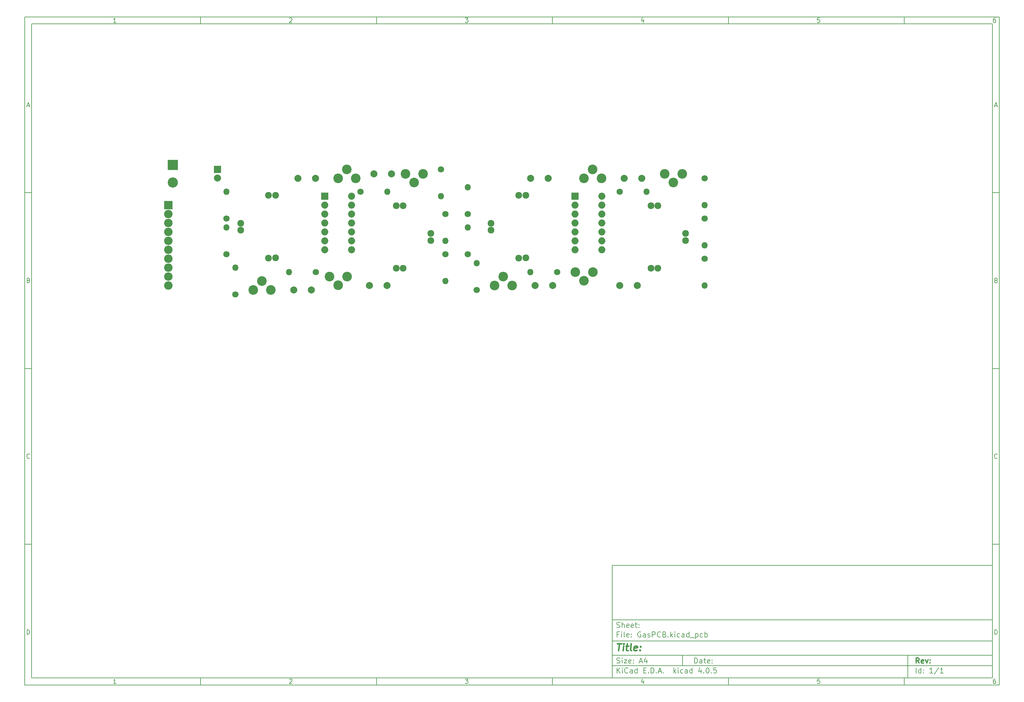
<source format=gbr>
G04 #@! TF.FileFunction,Soldermask,Top*
%FSLAX46Y46*%
G04 Gerber Fmt 4.6, Leading zero omitted, Abs format (unit mm)*
G04 Created by KiCad (PCBNEW 4.0.5) date 02/28/17 22:53:05*
%MOMM*%
%LPD*%
G01*
G04 APERTURE LIST*
%ADD10C,0.100000*%
%ADD11C,0.150000*%
%ADD12C,0.300000*%
%ADD13C,0.400000*%
%ADD14C,1.924000*%
%ADD15C,1.800000*%
%ADD16O,1.800000X1.800000*%
%ADD17O,2.398980X2.398980*%
%ADD18R,2.398980X2.398980*%
%ADD19R,2.900000X2.900000*%
%ADD20C,2.900000*%
%ADD21C,2.740000*%
%ADD22R,2.000000X2.000000*%
%ADD23O,2.000000X2.000000*%
%ADD24C,2.000000*%
G04 APERTURE END LIST*
D10*
D11*
X177002200Y-166007200D02*
X177002200Y-198007200D01*
X285002200Y-198007200D01*
X285002200Y-166007200D01*
X177002200Y-166007200D01*
D10*
D11*
X10000000Y-10000000D02*
X10000000Y-200007200D01*
X287002200Y-200007200D01*
X287002200Y-10000000D01*
X10000000Y-10000000D01*
D10*
D11*
X12000000Y-12000000D02*
X12000000Y-198007200D01*
X285002200Y-198007200D01*
X285002200Y-12000000D01*
X12000000Y-12000000D01*
D10*
D11*
X60000000Y-12000000D02*
X60000000Y-10000000D01*
D10*
D11*
X110000000Y-12000000D02*
X110000000Y-10000000D01*
D10*
D11*
X160000000Y-12000000D02*
X160000000Y-10000000D01*
D10*
D11*
X210000000Y-12000000D02*
X210000000Y-10000000D01*
D10*
D11*
X260000000Y-12000000D02*
X260000000Y-10000000D01*
D10*
D11*
X35990476Y-11588095D02*
X35247619Y-11588095D01*
X35619048Y-11588095D02*
X35619048Y-10288095D01*
X35495238Y-10473810D01*
X35371429Y-10597619D01*
X35247619Y-10659524D01*
D10*
D11*
X85247619Y-10411905D02*
X85309524Y-10350000D01*
X85433333Y-10288095D01*
X85742857Y-10288095D01*
X85866667Y-10350000D01*
X85928571Y-10411905D01*
X85990476Y-10535714D01*
X85990476Y-10659524D01*
X85928571Y-10845238D01*
X85185714Y-11588095D01*
X85990476Y-11588095D01*
D10*
D11*
X135185714Y-10288095D02*
X135990476Y-10288095D01*
X135557143Y-10783333D01*
X135742857Y-10783333D01*
X135866667Y-10845238D01*
X135928571Y-10907143D01*
X135990476Y-11030952D01*
X135990476Y-11340476D01*
X135928571Y-11464286D01*
X135866667Y-11526190D01*
X135742857Y-11588095D01*
X135371429Y-11588095D01*
X135247619Y-11526190D01*
X135185714Y-11464286D01*
D10*
D11*
X185866667Y-10721429D02*
X185866667Y-11588095D01*
X185557143Y-10226190D02*
X185247619Y-11154762D01*
X186052381Y-11154762D01*
D10*
D11*
X235928571Y-10288095D02*
X235309524Y-10288095D01*
X235247619Y-10907143D01*
X235309524Y-10845238D01*
X235433333Y-10783333D01*
X235742857Y-10783333D01*
X235866667Y-10845238D01*
X235928571Y-10907143D01*
X235990476Y-11030952D01*
X235990476Y-11340476D01*
X235928571Y-11464286D01*
X235866667Y-11526190D01*
X235742857Y-11588095D01*
X235433333Y-11588095D01*
X235309524Y-11526190D01*
X235247619Y-11464286D01*
D10*
D11*
X285866667Y-10288095D02*
X285619048Y-10288095D01*
X285495238Y-10350000D01*
X285433333Y-10411905D01*
X285309524Y-10597619D01*
X285247619Y-10845238D01*
X285247619Y-11340476D01*
X285309524Y-11464286D01*
X285371429Y-11526190D01*
X285495238Y-11588095D01*
X285742857Y-11588095D01*
X285866667Y-11526190D01*
X285928571Y-11464286D01*
X285990476Y-11340476D01*
X285990476Y-11030952D01*
X285928571Y-10907143D01*
X285866667Y-10845238D01*
X285742857Y-10783333D01*
X285495238Y-10783333D01*
X285371429Y-10845238D01*
X285309524Y-10907143D01*
X285247619Y-11030952D01*
D10*
D11*
X60000000Y-198007200D02*
X60000000Y-200007200D01*
D10*
D11*
X110000000Y-198007200D02*
X110000000Y-200007200D01*
D10*
D11*
X160000000Y-198007200D02*
X160000000Y-200007200D01*
D10*
D11*
X210000000Y-198007200D02*
X210000000Y-200007200D01*
D10*
D11*
X260000000Y-198007200D02*
X260000000Y-200007200D01*
D10*
D11*
X35990476Y-199595295D02*
X35247619Y-199595295D01*
X35619048Y-199595295D02*
X35619048Y-198295295D01*
X35495238Y-198481010D01*
X35371429Y-198604819D01*
X35247619Y-198666724D01*
D10*
D11*
X85247619Y-198419105D02*
X85309524Y-198357200D01*
X85433333Y-198295295D01*
X85742857Y-198295295D01*
X85866667Y-198357200D01*
X85928571Y-198419105D01*
X85990476Y-198542914D01*
X85990476Y-198666724D01*
X85928571Y-198852438D01*
X85185714Y-199595295D01*
X85990476Y-199595295D01*
D10*
D11*
X135185714Y-198295295D02*
X135990476Y-198295295D01*
X135557143Y-198790533D01*
X135742857Y-198790533D01*
X135866667Y-198852438D01*
X135928571Y-198914343D01*
X135990476Y-199038152D01*
X135990476Y-199347676D01*
X135928571Y-199471486D01*
X135866667Y-199533390D01*
X135742857Y-199595295D01*
X135371429Y-199595295D01*
X135247619Y-199533390D01*
X135185714Y-199471486D01*
D10*
D11*
X185866667Y-198728629D02*
X185866667Y-199595295D01*
X185557143Y-198233390D02*
X185247619Y-199161962D01*
X186052381Y-199161962D01*
D10*
D11*
X235928571Y-198295295D02*
X235309524Y-198295295D01*
X235247619Y-198914343D01*
X235309524Y-198852438D01*
X235433333Y-198790533D01*
X235742857Y-198790533D01*
X235866667Y-198852438D01*
X235928571Y-198914343D01*
X235990476Y-199038152D01*
X235990476Y-199347676D01*
X235928571Y-199471486D01*
X235866667Y-199533390D01*
X235742857Y-199595295D01*
X235433333Y-199595295D01*
X235309524Y-199533390D01*
X235247619Y-199471486D01*
D10*
D11*
X285866667Y-198295295D02*
X285619048Y-198295295D01*
X285495238Y-198357200D01*
X285433333Y-198419105D01*
X285309524Y-198604819D01*
X285247619Y-198852438D01*
X285247619Y-199347676D01*
X285309524Y-199471486D01*
X285371429Y-199533390D01*
X285495238Y-199595295D01*
X285742857Y-199595295D01*
X285866667Y-199533390D01*
X285928571Y-199471486D01*
X285990476Y-199347676D01*
X285990476Y-199038152D01*
X285928571Y-198914343D01*
X285866667Y-198852438D01*
X285742857Y-198790533D01*
X285495238Y-198790533D01*
X285371429Y-198852438D01*
X285309524Y-198914343D01*
X285247619Y-199038152D01*
D10*
D11*
X10000000Y-60000000D02*
X12000000Y-60000000D01*
D10*
D11*
X10000000Y-110000000D02*
X12000000Y-110000000D01*
D10*
D11*
X10000000Y-160000000D02*
X12000000Y-160000000D01*
D10*
D11*
X10690476Y-35216667D02*
X11309524Y-35216667D01*
X10566667Y-35588095D02*
X11000000Y-34288095D01*
X11433333Y-35588095D01*
D10*
D11*
X11092857Y-84907143D02*
X11278571Y-84969048D01*
X11340476Y-85030952D01*
X11402381Y-85154762D01*
X11402381Y-85340476D01*
X11340476Y-85464286D01*
X11278571Y-85526190D01*
X11154762Y-85588095D01*
X10659524Y-85588095D01*
X10659524Y-84288095D01*
X11092857Y-84288095D01*
X11216667Y-84350000D01*
X11278571Y-84411905D01*
X11340476Y-84535714D01*
X11340476Y-84659524D01*
X11278571Y-84783333D01*
X11216667Y-84845238D01*
X11092857Y-84907143D01*
X10659524Y-84907143D01*
D10*
D11*
X11402381Y-135464286D02*
X11340476Y-135526190D01*
X11154762Y-135588095D01*
X11030952Y-135588095D01*
X10845238Y-135526190D01*
X10721429Y-135402381D01*
X10659524Y-135278571D01*
X10597619Y-135030952D01*
X10597619Y-134845238D01*
X10659524Y-134597619D01*
X10721429Y-134473810D01*
X10845238Y-134350000D01*
X11030952Y-134288095D01*
X11154762Y-134288095D01*
X11340476Y-134350000D01*
X11402381Y-134411905D01*
D10*
D11*
X10659524Y-185588095D02*
X10659524Y-184288095D01*
X10969048Y-184288095D01*
X11154762Y-184350000D01*
X11278571Y-184473810D01*
X11340476Y-184597619D01*
X11402381Y-184845238D01*
X11402381Y-185030952D01*
X11340476Y-185278571D01*
X11278571Y-185402381D01*
X11154762Y-185526190D01*
X10969048Y-185588095D01*
X10659524Y-185588095D01*
D10*
D11*
X287002200Y-60000000D02*
X285002200Y-60000000D01*
D10*
D11*
X287002200Y-110000000D02*
X285002200Y-110000000D01*
D10*
D11*
X287002200Y-160000000D02*
X285002200Y-160000000D01*
D10*
D11*
X285692676Y-35216667D02*
X286311724Y-35216667D01*
X285568867Y-35588095D02*
X286002200Y-34288095D01*
X286435533Y-35588095D01*
D10*
D11*
X286095057Y-84907143D02*
X286280771Y-84969048D01*
X286342676Y-85030952D01*
X286404581Y-85154762D01*
X286404581Y-85340476D01*
X286342676Y-85464286D01*
X286280771Y-85526190D01*
X286156962Y-85588095D01*
X285661724Y-85588095D01*
X285661724Y-84288095D01*
X286095057Y-84288095D01*
X286218867Y-84350000D01*
X286280771Y-84411905D01*
X286342676Y-84535714D01*
X286342676Y-84659524D01*
X286280771Y-84783333D01*
X286218867Y-84845238D01*
X286095057Y-84907143D01*
X285661724Y-84907143D01*
D10*
D11*
X286404581Y-135464286D02*
X286342676Y-135526190D01*
X286156962Y-135588095D01*
X286033152Y-135588095D01*
X285847438Y-135526190D01*
X285723629Y-135402381D01*
X285661724Y-135278571D01*
X285599819Y-135030952D01*
X285599819Y-134845238D01*
X285661724Y-134597619D01*
X285723629Y-134473810D01*
X285847438Y-134350000D01*
X286033152Y-134288095D01*
X286156962Y-134288095D01*
X286342676Y-134350000D01*
X286404581Y-134411905D01*
D10*
D11*
X285661724Y-185588095D02*
X285661724Y-184288095D01*
X285971248Y-184288095D01*
X286156962Y-184350000D01*
X286280771Y-184473810D01*
X286342676Y-184597619D01*
X286404581Y-184845238D01*
X286404581Y-185030952D01*
X286342676Y-185278571D01*
X286280771Y-185402381D01*
X286156962Y-185526190D01*
X285971248Y-185588095D01*
X285661724Y-185588095D01*
D10*
D11*
X200359343Y-193785771D02*
X200359343Y-192285771D01*
X200716486Y-192285771D01*
X200930771Y-192357200D01*
X201073629Y-192500057D01*
X201145057Y-192642914D01*
X201216486Y-192928629D01*
X201216486Y-193142914D01*
X201145057Y-193428629D01*
X201073629Y-193571486D01*
X200930771Y-193714343D01*
X200716486Y-193785771D01*
X200359343Y-193785771D01*
X202502200Y-193785771D02*
X202502200Y-193000057D01*
X202430771Y-192857200D01*
X202287914Y-192785771D01*
X202002200Y-192785771D01*
X201859343Y-192857200D01*
X202502200Y-193714343D02*
X202359343Y-193785771D01*
X202002200Y-193785771D01*
X201859343Y-193714343D01*
X201787914Y-193571486D01*
X201787914Y-193428629D01*
X201859343Y-193285771D01*
X202002200Y-193214343D01*
X202359343Y-193214343D01*
X202502200Y-193142914D01*
X203002200Y-192785771D02*
X203573629Y-192785771D01*
X203216486Y-192285771D02*
X203216486Y-193571486D01*
X203287914Y-193714343D01*
X203430772Y-193785771D01*
X203573629Y-193785771D01*
X204645057Y-193714343D02*
X204502200Y-193785771D01*
X204216486Y-193785771D01*
X204073629Y-193714343D01*
X204002200Y-193571486D01*
X204002200Y-193000057D01*
X204073629Y-192857200D01*
X204216486Y-192785771D01*
X204502200Y-192785771D01*
X204645057Y-192857200D01*
X204716486Y-193000057D01*
X204716486Y-193142914D01*
X204002200Y-193285771D01*
X205359343Y-193642914D02*
X205430771Y-193714343D01*
X205359343Y-193785771D01*
X205287914Y-193714343D01*
X205359343Y-193642914D01*
X205359343Y-193785771D01*
X205359343Y-192857200D02*
X205430771Y-192928629D01*
X205359343Y-193000057D01*
X205287914Y-192928629D01*
X205359343Y-192857200D01*
X205359343Y-193000057D01*
D10*
D11*
X177002200Y-194507200D02*
X285002200Y-194507200D01*
D10*
D11*
X178359343Y-196585771D02*
X178359343Y-195085771D01*
X179216486Y-196585771D02*
X178573629Y-195728629D01*
X179216486Y-195085771D02*
X178359343Y-195942914D01*
X179859343Y-196585771D02*
X179859343Y-195585771D01*
X179859343Y-195085771D02*
X179787914Y-195157200D01*
X179859343Y-195228629D01*
X179930771Y-195157200D01*
X179859343Y-195085771D01*
X179859343Y-195228629D01*
X181430772Y-196442914D02*
X181359343Y-196514343D01*
X181145057Y-196585771D01*
X181002200Y-196585771D01*
X180787915Y-196514343D01*
X180645057Y-196371486D01*
X180573629Y-196228629D01*
X180502200Y-195942914D01*
X180502200Y-195728629D01*
X180573629Y-195442914D01*
X180645057Y-195300057D01*
X180787915Y-195157200D01*
X181002200Y-195085771D01*
X181145057Y-195085771D01*
X181359343Y-195157200D01*
X181430772Y-195228629D01*
X182716486Y-196585771D02*
X182716486Y-195800057D01*
X182645057Y-195657200D01*
X182502200Y-195585771D01*
X182216486Y-195585771D01*
X182073629Y-195657200D01*
X182716486Y-196514343D02*
X182573629Y-196585771D01*
X182216486Y-196585771D01*
X182073629Y-196514343D01*
X182002200Y-196371486D01*
X182002200Y-196228629D01*
X182073629Y-196085771D01*
X182216486Y-196014343D01*
X182573629Y-196014343D01*
X182716486Y-195942914D01*
X184073629Y-196585771D02*
X184073629Y-195085771D01*
X184073629Y-196514343D02*
X183930772Y-196585771D01*
X183645058Y-196585771D01*
X183502200Y-196514343D01*
X183430772Y-196442914D01*
X183359343Y-196300057D01*
X183359343Y-195871486D01*
X183430772Y-195728629D01*
X183502200Y-195657200D01*
X183645058Y-195585771D01*
X183930772Y-195585771D01*
X184073629Y-195657200D01*
X185930772Y-195800057D02*
X186430772Y-195800057D01*
X186645058Y-196585771D02*
X185930772Y-196585771D01*
X185930772Y-195085771D01*
X186645058Y-195085771D01*
X187287915Y-196442914D02*
X187359343Y-196514343D01*
X187287915Y-196585771D01*
X187216486Y-196514343D01*
X187287915Y-196442914D01*
X187287915Y-196585771D01*
X188002201Y-196585771D02*
X188002201Y-195085771D01*
X188359344Y-195085771D01*
X188573629Y-195157200D01*
X188716487Y-195300057D01*
X188787915Y-195442914D01*
X188859344Y-195728629D01*
X188859344Y-195942914D01*
X188787915Y-196228629D01*
X188716487Y-196371486D01*
X188573629Y-196514343D01*
X188359344Y-196585771D01*
X188002201Y-196585771D01*
X189502201Y-196442914D02*
X189573629Y-196514343D01*
X189502201Y-196585771D01*
X189430772Y-196514343D01*
X189502201Y-196442914D01*
X189502201Y-196585771D01*
X190145058Y-196157200D02*
X190859344Y-196157200D01*
X190002201Y-196585771D02*
X190502201Y-195085771D01*
X191002201Y-196585771D01*
X191502201Y-196442914D02*
X191573629Y-196514343D01*
X191502201Y-196585771D01*
X191430772Y-196514343D01*
X191502201Y-196442914D01*
X191502201Y-196585771D01*
X194502201Y-196585771D02*
X194502201Y-195085771D01*
X194645058Y-196014343D02*
X195073629Y-196585771D01*
X195073629Y-195585771D02*
X194502201Y-196157200D01*
X195716487Y-196585771D02*
X195716487Y-195585771D01*
X195716487Y-195085771D02*
X195645058Y-195157200D01*
X195716487Y-195228629D01*
X195787915Y-195157200D01*
X195716487Y-195085771D01*
X195716487Y-195228629D01*
X197073630Y-196514343D02*
X196930773Y-196585771D01*
X196645059Y-196585771D01*
X196502201Y-196514343D01*
X196430773Y-196442914D01*
X196359344Y-196300057D01*
X196359344Y-195871486D01*
X196430773Y-195728629D01*
X196502201Y-195657200D01*
X196645059Y-195585771D01*
X196930773Y-195585771D01*
X197073630Y-195657200D01*
X198359344Y-196585771D02*
X198359344Y-195800057D01*
X198287915Y-195657200D01*
X198145058Y-195585771D01*
X197859344Y-195585771D01*
X197716487Y-195657200D01*
X198359344Y-196514343D02*
X198216487Y-196585771D01*
X197859344Y-196585771D01*
X197716487Y-196514343D01*
X197645058Y-196371486D01*
X197645058Y-196228629D01*
X197716487Y-196085771D01*
X197859344Y-196014343D01*
X198216487Y-196014343D01*
X198359344Y-195942914D01*
X199716487Y-196585771D02*
X199716487Y-195085771D01*
X199716487Y-196514343D02*
X199573630Y-196585771D01*
X199287916Y-196585771D01*
X199145058Y-196514343D01*
X199073630Y-196442914D01*
X199002201Y-196300057D01*
X199002201Y-195871486D01*
X199073630Y-195728629D01*
X199145058Y-195657200D01*
X199287916Y-195585771D01*
X199573630Y-195585771D01*
X199716487Y-195657200D01*
X202216487Y-195585771D02*
X202216487Y-196585771D01*
X201859344Y-195014343D02*
X201502201Y-196085771D01*
X202430773Y-196085771D01*
X203002201Y-196442914D02*
X203073629Y-196514343D01*
X203002201Y-196585771D01*
X202930772Y-196514343D01*
X203002201Y-196442914D01*
X203002201Y-196585771D01*
X204002201Y-195085771D02*
X204145058Y-195085771D01*
X204287915Y-195157200D01*
X204359344Y-195228629D01*
X204430773Y-195371486D01*
X204502201Y-195657200D01*
X204502201Y-196014343D01*
X204430773Y-196300057D01*
X204359344Y-196442914D01*
X204287915Y-196514343D01*
X204145058Y-196585771D01*
X204002201Y-196585771D01*
X203859344Y-196514343D01*
X203787915Y-196442914D01*
X203716487Y-196300057D01*
X203645058Y-196014343D01*
X203645058Y-195657200D01*
X203716487Y-195371486D01*
X203787915Y-195228629D01*
X203859344Y-195157200D01*
X204002201Y-195085771D01*
X205145058Y-196442914D02*
X205216486Y-196514343D01*
X205145058Y-196585771D01*
X205073629Y-196514343D01*
X205145058Y-196442914D01*
X205145058Y-196585771D01*
X206573630Y-195085771D02*
X205859344Y-195085771D01*
X205787915Y-195800057D01*
X205859344Y-195728629D01*
X206002201Y-195657200D01*
X206359344Y-195657200D01*
X206502201Y-195728629D01*
X206573630Y-195800057D01*
X206645058Y-195942914D01*
X206645058Y-196300057D01*
X206573630Y-196442914D01*
X206502201Y-196514343D01*
X206359344Y-196585771D01*
X206002201Y-196585771D01*
X205859344Y-196514343D01*
X205787915Y-196442914D01*
D10*
D11*
X177002200Y-191507200D02*
X285002200Y-191507200D01*
D10*
D12*
X264216486Y-193785771D02*
X263716486Y-193071486D01*
X263359343Y-193785771D02*
X263359343Y-192285771D01*
X263930771Y-192285771D01*
X264073629Y-192357200D01*
X264145057Y-192428629D01*
X264216486Y-192571486D01*
X264216486Y-192785771D01*
X264145057Y-192928629D01*
X264073629Y-193000057D01*
X263930771Y-193071486D01*
X263359343Y-193071486D01*
X265430771Y-193714343D02*
X265287914Y-193785771D01*
X265002200Y-193785771D01*
X264859343Y-193714343D01*
X264787914Y-193571486D01*
X264787914Y-193000057D01*
X264859343Y-192857200D01*
X265002200Y-192785771D01*
X265287914Y-192785771D01*
X265430771Y-192857200D01*
X265502200Y-193000057D01*
X265502200Y-193142914D01*
X264787914Y-193285771D01*
X266002200Y-192785771D02*
X266359343Y-193785771D01*
X266716485Y-192785771D01*
X267287914Y-193642914D02*
X267359342Y-193714343D01*
X267287914Y-193785771D01*
X267216485Y-193714343D01*
X267287914Y-193642914D01*
X267287914Y-193785771D01*
X267287914Y-192857200D02*
X267359342Y-192928629D01*
X267287914Y-193000057D01*
X267216485Y-192928629D01*
X267287914Y-192857200D01*
X267287914Y-193000057D01*
D10*
D11*
X178287914Y-193714343D02*
X178502200Y-193785771D01*
X178859343Y-193785771D01*
X179002200Y-193714343D01*
X179073629Y-193642914D01*
X179145057Y-193500057D01*
X179145057Y-193357200D01*
X179073629Y-193214343D01*
X179002200Y-193142914D01*
X178859343Y-193071486D01*
X178573629Y-193000057D01*
X178430771Y-192928629D01*
X178359343Y-192857200D01*
X178287914Y-192714343D01*
X178287914Y-192571486D01*
X178359343Y-192428629D01*
X178430771Y-192357200D01*
X178573629Y-192285771D01*
X178930771Y-192285771D01*
X179145057Y-192357200D01*
X179787914Y-193785771D02*
X179787914Y-192785771D01*
X179787914Y-192285771D02*
X179716485Y-192357200D01*
X179787914Y-192428629D01*
X179859342Y-192357200D01*
X179787914Y-192285771D01*
X179787914Y-192428629D01*
X180359343Y-192785771D02*
X181145057Y-192785771D01*
X180359343Y-193785771D01*
X181145057Y-193785771D01*
X182287914Y-193714343D02*
X182145057Y-193785771D01*
X181859343Y-193785771D01*
X181716486Y-193714343D01*
X181645057Y-193571486D01*
X181645057Y-193000057D01*
X181716486Y-192857200D01*
X181859343Y-192785771D01*
X182145057Y-192785771D01*
X182287914Y-192857200D01*
X182359343Y-193000057D01*
X182359343Y-193142914D01*
X181645057Y-193285771D01*
X183002200Y-193642914D02*
X183073628Y-193714343D01*
X183002200Y-193785771D01*
X182930771Y-193714343D01*
X183002200Y-193642914D01*
X183002200Y-193785771D01*
X183002200Y-192857200D02*
X183073628Y-192928629D01*
X183002200Y-193000057D01*
X182930771Y-192928629D01*
X183002200Y-192857200D01*
X183002200Y-193000057D01*
X184787914Y-193357200D02*
X185502200Y-193357200D01*
X184645057Y-193785771D02*
X185145057Y-192285771D01*
X185645057Y-193785771D01*
X186787914Y-192785771D02*
X186787914Y-193785771D01*
X186430771Y-192214343D02*
X186073628Y-193285771D01*
X187002200Y-193285771D01*
D10*
D11*
X263359343Y-196585771D02*
X263359343Y-195085771D01*
X264716486Y-196585771D02*
X264716486Y-195085771D01*
X264716486Y-196514343D02*
X264573629Y-196585771D01*
X264287915Y-196585771D01*
X264145057Y-196514343D01*
X264073629Y-196442914D01*
X264002200Y-196300057D01*
X264002200Y-195871486D01*
X264073629Y-195728629D01*
X264145057Y-195657200D01*
X264287915Y-195585771D01*
X264573629Y-195585771D01*
X264716486Y-195657200D01*
X265430772Y-196442914D02*
X265502200Y-196514343D01*
X265430772Y-196585771D01*
X265359343Y-196514343D01*
X265430772Y-196442914D01*
X265430772Y-196585771D01*
X265430772Y-195657200D02*
X265502200Y-195728629D01*
X265430772Y-195800057D01*
X265359343Y-195728629D01*
X265430772Y-195657200D01*
X265430772Y-195800057D01*
X268073629Y-196585771D02*
X267216486Y-196585771D01*
X267645058Y-196585771D02*
X267645058Y-195085771D01*
X267502201Y-195300057D01*
X267359343Y-195442914D01*
X267216486Y-195514343D01*
X269787914Y-195014343D02*
X268502200Y-196942914D01*
X271073629Y-196585771D02*
X270216486Y-196585771D01*
X270645058Y-196585771D02*
X270645058Y-195085771D01*
X270502201Y-195300057D01*
X270359343Y-195442914D01*
X270216486Y-195514343D01*
D10*
D11*
X177002200Y-187507200D02*
X285002200Y-187507200D01*
D10*
D13*
X178454581Y-188211962D02*
X179597438Y-188211962D01*
X178776010Y-190211962D02*
X179026010Y-188211962D01*
X180014105Y-190211962D02*
X180180771Y-188878629D01*
X180264105Y-188211962D02*
X180156962Y-188307200D01*
X180240295Y-188402438D01*
X180347439Y-188307200D01*
X180264105Y-188211962D01*
X180240295Y-188402438D01*
X180847438Y-188878629D02*
X181609343Y-188878629D01*
X181216486Y-188211962D02*
X181002200Y-189926248D01*
X181073630Y-190116724D01*
X181252201Y-190211962D01*
X181442677Y-190211962D01*
X182395058Y-190211962D02*
X182216487Y-190116724D01*
X182145057Y-189926248D01*
X182359343Y-188211962D01*
X183930772Y-190116724D02*
X183728391Y-190211962D01*
X183347439Y-190211962D01*
X183168867Y-190116724D01*
X183097438Y-189926248D01*
X183192676Y-189164343D01*
X183311724Y-188973867D01*
X183514105Y-188878629D01*
X183895057Y-188878629D01*
X184073629Y-188973867D01*
X184145057Y-189164343D01*
X184121248Y-189354819D01*
X183145057Y-189545295D01*
X184895057Y-190021486D02*
X184978392Y-190116724D01*
X184871248Y-190211962D01*
X184787915Y-190116724D01*
X184895057Y-190021486D01*
X184871248Y-190211962D01*
X185026010Y-188973867D02*
X185109344Y-189069105D01*
X185002200Y-189164343D01*
X184918867Y-189069105D01*
X185026010Y-188973867D01*
X185002200Y-189164343D01*
D10*
D11*
X178859343Y-185600057D02*
X178359343Y-185600057D01*
X178359343Y-186385771D02*
X178359343Y-184885771D01*
X179073629Y-184885771D01*
X179645057Y-186385771D02*
X179645057Y-185385771D01*
X179645057Y-184885771D02*
X179573628Y-184957200D01*
X179645057Y-185028629D01*
X179716485Y-184957200D01*
X179645057Y-184885771D01*
X179645057Y-185028629D01*
X180573629Y-186385771D02*
X180430771Y-186314343D01*
X180359343Y-186171486D01*
X180359343Y-184885771D01*
X181716485Y-186314343D02*
X181573628Y-186385771D01*
X181287914Y-186385771D01*
X181145057Y-186314343D01*
X181073628Y-186171486D01*
X181073628Y-185600057D01*
X181145057Y-185457200D01*
X181287914Y-185385771D01*
X181573628Y-185385771D01*
X181716485Y-185457200D01*
X181787914Y-185600057D01*
X181787914Y-185742914D01*
X181073628Y-185885771D01*
X182430771Y-186242914D02*
X182502199Y-186314343D01*
X182430771Y-186385771D01*
X182359342Y-186314343D01*
X182430771Y-186242914D01*
X182430771Y-186385771D01*
X182430771Y-185457200D02*
X182502199Y-185528629D01*
X182430771Y-185600057D01*
X182359342Y-185528629D01*
X182430771Y-185457200D01*
X182430771Y-185600057D01*
X185073628Y-184957200D02*
X184930771Y-184885771D01*
X184716485Y-184885771D01*
X184502200Y-184957200D01*
X184359342Y-185100057D01*
X184287914Y-185242914D01*
X184216485Y-185528629D01*
X184216485Y-185742914D01*
X184287914Y-186028629D01*
X184359342Y-186171486D01*
X184502200Y-186314343D01*
X184716485Y-186385771D01*
X184859342Y-186385771D01*
X185073628Y-186314343D01*
X185145057Y-186242914D01*
X185145057Y-185742914D01*
X184859342Y-185742914D01*
X186430771Y-186385771D02*
X186430771Y-185600057D01*
X186359342Y-185457200D01*
X186216485Y-185385771D01*
X185930771Y-185385771D01*
X185787914Y-185457200D01*
X186430771Y-186314343D02*
X186287914Y-186385771D01*
X185930771Y-186385771D01*
X185787914Y-186314343D01*
X185716485Y-186171486D01*
X185716485Y-186028629D01*
X185787914Y-185885771D01*
X185930771Y-185814343D01*
X186287914Y-185814343D01*
X186430771Y-185742914D01*
X187073628Y-186314343D02*
X187216485Y-186385771D01*
X187502200Y-186385771D01*
X187645057Y-186314343D01*
X187716485Y-186171486D01*
X187716485Y-186100057D01*
X187645057Y-185957200D01*
X187502200Y-185885771D01*
X187287914Y-185885771D01*
X187145057Y-185814343D01*
X187073628Y-185671486D01*
X187073628Y-185600057D01*
X187145057Y-185457200D01*
X187287914Y-185385771D01*
X187502200Y-185385771D01*
X187645057Y-185457200D01*
X188359343Y-186385771D02*
X188359343Y-184885771D01*
X188930771Y-184885771D01*
X189073629Y-184957200D01*
X189145057Y-185028629D01*
X189216486Y-185171486D01*
X189216486Y-185385771D01*
X189145057Y-185528629D01*
X189073629Y-185600057D01*
X188930771Y-185671486D01*
X188359343Y-185671486D01*
X190716486Y-186242914D02*
X190645057Y-186314343D01*
X190430771Y-186385771D01*
X190287914Y-186385771D01*
X190073629Y-186314343D01*
X189930771Y-186171486D01*
X189859343Y-186028629D01*
X189787914Y-185742914D01*
X189787914Y-185528629D01*
X189859343Y-185242914D01*
X189930771Y-185100057D01*
X190073629Y-184957200D01*
X190287914Y-184885771D01*
X190430771Y-184885771D01*
X190645057Y-184957200D01*
X190716486Y-185028629D01*
X191859343Y-185600057D02*
X192073629Y-185671486D01*
X192145057Y-185742914D01*
X192216486Y-185885771D01*
X192216486Y-186100057D01*
X192145057Y-186242914D01*
X192073629Y-186314343D01*
X191930771Y-186385771D01*
X191359343Y-186385771D01*
X191359343Y-184885771D01*
X191859343Y-184885771D01*
X192002200Y-184957200D01*
X192073629Y-185028629D01*
X192145057Y-185171486D01*
X192145057Y-185314343D01*
X192073629Y-185457200D01*
X192002200Y-185528629D01*
X191859343Y-185600057D01*
X191359343Y-185600057D01*
X192859343Y-186242914D02*
X192930771Y-186314343D01*
X192859343Y-186385771D01*
X192787914Y-186314343D01*
X192859343Y-186242914D01*
X192859343Y-186385771D01*
X193573629Y-186385771D02*
X193573629Y-184885771D01*
X193716486Y-185814343D02*
X194145057Y-186385771D01*
X194145057Y-185385771D02*
X193573629Y-185957200D01*
X194787915Y-186385771D02*
X194787915Y-185385771D01*
X194787915Y-184885771D02*
X194716486Y-184957200D01*
X194787915Y-185028629D01*
X194859343Y-184957200D01*
X194787915Y-184885771D01*
X194787915Y-185028629D01*
X196145058Y-186314343D02*
X196002201Y-186385771D01*
X195716487Y-186385771D01*
X195573629Y-186314343D01*
X195502201Y-186242914D01*
X195430772Y-186100057D01*
X195430772Y-185671486D01*
X195502201Y-185528629D01*
X195573629Y-185457200D01*
X195716487Y-185385771D01*
X196002201Y-185385771D01*
X196145058Y-185457200D01*
X197430772Y-186385771D02*
X197430772Y-185600057D01*
X197359343Y-185457200D01*
X197216486Y-185385771D01*
X196930772Y-185385771D01*
X196787915Y-185457200D01*
X197430772Y-186314343D02*
X197287915Y-186385771D01*
X196930772Y-186385771D01*
X196787915Y-186314343D01*
X196716486Y-186171486D01*
X196716486Y-186028629D01*
X196787915Y-185885771D01*
X196930772Y-185814343D01*
X197287915Y-185814343D01*
X197430772Y-185742914D01*
X198787915Y-186385771D02*
X198787915Y-184885771D01*
X198787915Y-186314343D02*
X198645058Y-186385771D01*
X198359344Y-186385771D01*
X198216486Y-186314343D01*
X198145058Y-186242914D01*
X198073629Y-186100057D01*
X198073629Y-185671486D01*
X198145058Y-185528629D01*
X198216486Y-185457200D01*
X198359344Y-185385771D01*
X198645058Y-185385771D01*
X198787915Y-185457200D01*
X199145058Y-186528629D02*
X200287915Y-186528629D01*
X200645058Y-185385771D02*
X200645058Y-186885771D01*
X200645058Y-185457200D02*
X200787915Y-185385771D01*
X201073629Y-185385771D01*
X201216486Y-185457200D01*
X201287915Y-185528629D01*
X201359344Y-185671486D01*
X201359344Y-186100057D01*
X201287915Y-186242914D01*
X201216486Y-186314343D01*
X201073629Y-186385771D01*
X200787915Y-186385771D01*
X200645058Y-186314343D01*
X202645058Y-186314343D02*
X202502201Y-186385771D01*
X202216487Y-186385771D01*
X202073629Y-186314343D01*
X202002201Y-186242914D01*
X201930772Y-186100057D01*
X201930772Y-185671486D01*
X202002201Y-185528629D01*
X202073629Y-185457200D01*
X202216487Y-185385771D01*
X202502201Y-185385771D01*
X202645058Y-185457200D01*
X203287915Y-186385771D02*
X203287915Y-184885771D01*
X203287915Y-185457200D02*
X203430772Y-185385771D01*
X203716486Y-185385771D01*
X203859343Y-185457200D01*
X203930772Y-185528629D01*
X204002201Y-185671486D01*
X204002201Y-186100057D01*
X203930772Y-186242914D01*
X203859343Y-186314343D01*
X203716486Y-186385771D01*
X203430772Y-186385771D01*
X203287915Y-186314343D01*
D10*
D11*
X177002200Y-181507200D02*
X285002200Y-181507200D01*
D10*
D11*
X178287914Y-183614343D02*
X178502200Y-183685771D01*
X178859343Y-183685771D01*
X179002200Y-183614343D01*
X179073629Y-183542914D01*
X179145057Y-183400057D01*
X179145057Y-183257200D01*
X179073629Y-183114343D01*
X179002200Y-183042914D01*
X178859343Y-182971486D01*
X178573629Y-182900057D01*
X178430771Y-182828629D01*
X178359343Y-182757200D01*
X178287914Y-182614343D01*
X178287914Y-182471486D01*
X178359343Y-182328629D01*
X178430771Y-182257200D01*
X178573629Y-182185771D01*
X178930771Y-182185771D01*
X179145057Y-182257200D01*
X179787914Y-183685771D02*
X179787914Y-182185771D01*
X180430771Y-183685771D02*
X180430771Y-182900057D01*
X180359342Y-182757200D01*
X180216485Y-182685771D01*
X180002200Y-182685771D01*
X179859342Y-182757200D01*
X179787914Y-182828629D01*
X181716485Y-183614343D02*
X181573628Y-183685771D01*
X181287914Y-183685771D01*
X181145057Y-183614343D01*
X181073628Y-183471486D01*
X181073628Y-182900057D01*
X181145057Y-182757200D01*
X181287914Y-182685771D01*
X181573628Y-182685771D01*
X181716485Y-182757200D01*
X181787914Y-182900057D01*
X181787914Y-183042914D01*
X181073628Y-183185771D01*
X183002199Y-183614343D02*
X182859342Y-183685771D01*
X182573628Y-183685771D01*
X182430771Y-183614343D01*
X182359342Y-183471486D01*
X182359342Y-182900057D01*
X182430771Y-182757200D01*
X182573628Y-182685771D01*
X182859342Y-182685771D01*
X183002199Y-182757200D01*
X183073628Y-182900057D01*
X183073628Y-183042914D01*
X182359342Y-183185771D01*
X183502199Y-182685771D02*
X184073628Y-182685771D01*
X183716485Y-182185771D02*
X183716485Y-183471486D01*
X183787913Y-183614343D01*
X183930771Y-183685771D01*
X184073628Y-183685771D01*
X184573628Y-183542914D02*
X184645056Y-183614343D01*
X184573628Y-183685771D01*
X184502199Y-183614343D01*
X184573628Y-183542914D01*
X184573628Y-183685771D01*
X184573628Y-182757200D02*
X184645056Y-182828629D01*
X184573628Y-182900057D01*
X184502199Y-182828629D01*
X184573628Y-182757200D01*
X184573628Y-182900057D01*
D10*
D11*
X197002200Y-191507200D02*
X197002200Y-194507200D01*
D10*
D11*
X261002200Y-191507200D02*
X261002200Y-198007200D01*
D14*
X71390000Y-68660000D03*
X71390000Y-70660000D03*
X79280000Y-78560000D03*
X81280000Y-78550000D03*
X79280000Y-60770000D03*
X81280000Y-60770000D03*
D15*
X69850000Y-88900000D03*
D16*
X69850000Y-81280000D03*
D17*
X50800000Y-71120000D03*
D18*
X50800000Y-63500000D03*
D17*
X50800000Y-66040000D03*
X50800000Y-68580000D03*
X50800000Y-73660000D03*
X50800000Y-76200000D03*
X50800000Y-78740000D03*
X50800000Y-81280000D03*
X50800000Y-83820000D03*
X50800000Y-86360000D03*
D14*
X142510000Y-68660000D03*
X142510000Y-70660000D03*
X150400000Y-78560000D03*
X152400000Y-78550000D03*
X150400000Y-60770000D03*
X152400000Y-60770000D03*
D19*
X52070000Y-52070000D03*
D20*
X52070000Y-57070000D03*
D15*
X67310000Y-67310000D03*
D16*
X67310000Y-59690000D03*
D15*
X67310000Y-77470000D03*
D16*
X67310000Y-69850000D03*
D15*
X92710000Y-82550000D03*
D16*
X85090000Y-82550000D03*
D15*
X129540000Y-77470000D03*
D16*
X129540000Y-85090000D03*
D15*
X129540000Y-66040000D03*
D16*
X129540000Y-73660000D03*
D15*
X128270000Y-53340000D03*
D16*
X128270000Y-60960000D03*
D15*
X105410000Y-59690000D03*
D16*
X113030000Y-59690000D03*
D15*
X135890000Y-66040000D03*
D16*
X135890000Y-58420000D03*
D15*
X135890000Y-77470000D03*
D16*
X135890000Y-69850000D03*
D15*
X138430000Y-87630000D03*
D16*
X138430000Y-80010000D03*
D21*
X79930000Y-87630000D03*
X77430000Y-85130000D03*
X74930000Y-87630000D03*
X96600000Y-83820000D03*
X99100000Y-86320000D03*
X101600000Y-83820000D03*
D14*
X125460000Y-73580000D03*
X125460000Y-71580000D03*
X117570000Y-63680000D03*
X115570000Y-63690000D03*
X117570000Y-81470000D03*
X115570000Y-81470000D03*
D22*
X95250000Y-60960000D03*
D23*
X102870000Y-76200000D03*
X95250000Y-63500000D03*
X102870000Y-73660000D03*
X95250000Y-66040000D03*
X102870000Y-71120000D03*
X95250000Y-68580000D03*
X102870000Y-68580000D03*
X95250000Y-71120000D03*
X102870000Y-66040000D03*
X95250000Y-73660000D03*
X102870000Y-63500000D03*
X95250000Y-76200000D03*
X102870000Y-60960000D03*
D14*
X197850000Y-73580000D03*
X197850000Y-71580000D03*
X189960000Y-63680000D03*
X187960000Y-63690000D03*
X189960000Y-81470000D03*
X187960000Y-81470000D03*
D22*
X166370000Y-60960000D03*
D23*
X173990000Y-76200000D03*
X166370000Y-63500000D03*
X173990000Y-73660000D03*
X166370000Y-66040000D03*
X173990000Y-71120000D03*
X166370000Y-68580000D03*
X173990000Y-68580000D03*
X166370000Y-71120000D03*
X173990000Y-66040000D03*
X166370000Y-73660000D03*
X173990000Y-63500000D03*
X166370000Y-76200000D03*
X173990000Y-60960000D03*
D15*
X161290000Y-82550000D03*
D16*
X153670000Y-82550000D03*
D15*
X203200000Y-78740000D03*
D16*
X203200000Y-86360000D03*
D15*
X203200000Y-67310000D03*
D16*
X203200000Y-74930000D03*
D15*
X203200000Y-55880000D03*
D16*
X203200000Y-63500000D03*
D15*
X179070000Y-59690000D03*
D16*
X186690000Y-59690000D03*
D21*
X118190000Y-54610000D03*
X120690000Y-57110000D03*
X123190000Y-54610000D03*
X104060000Y-55880000D03*
X101560000Y-53380000D03*
X99060000Y-55880000D03*
X148510000Y-86360000D03*
X146010000Y-83860000D03*
X143510000Y-86360000D03*
X166450000Y-82550000D03*
X168950000Y-85050000D03*
X171450000Y-82550000D03*
X191850000Y-54610000D03*
X194350000Y-57110000D03*
X196850000Y-54610000D03*
X173910000Y-55880000D03*
X171410000Y-53380000D03*
X168910000Y-55880000D03*
D24*
X87630000Y-55880000D03*
X92630000Y-55880000D03*
X91440000Y-87630000D03*
X86440000Y-87630000D03*
X107950000Y-86360000D03*
X112950000Y-86360000D03*
X109220000Y-54610000D03*
X114220000Y-54610000D03*
X158750000Y-55880000D03*
X153750000Y-55880000D03*
X160020000Y-86360000D03*
X155020000Y-86360000D03*
X179070000Y-86360000D03*
X184070000Y-86360000D03*
X180340000Y-55880000D03*
X185340000Y-55880000D03*
D22*
X64770000Y-53340000D03*
D24*
X64770000Y-55840000D03*
M02*

</source>
